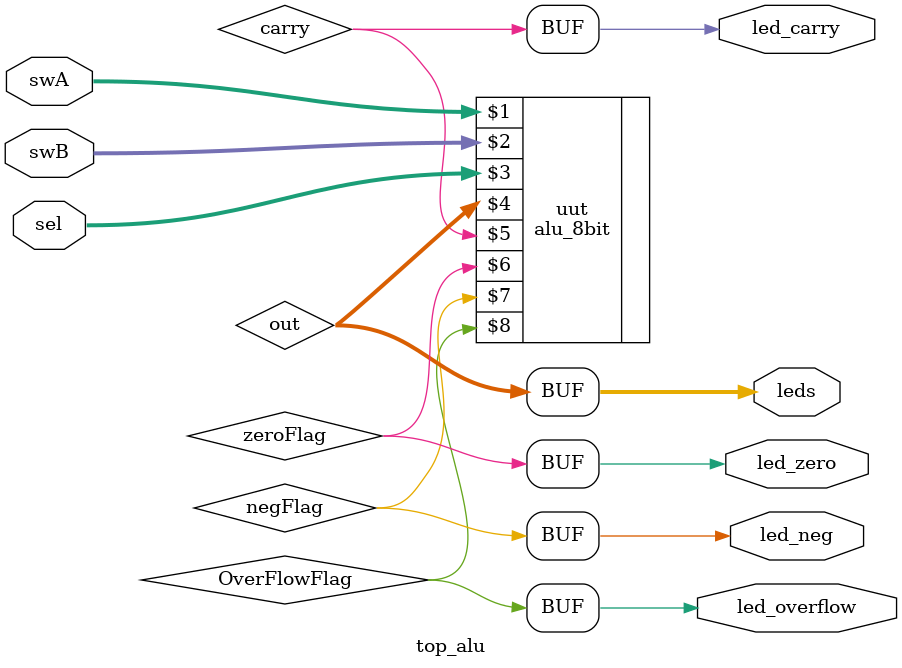
<source format=v>
`timescale 1ns / 1ps


module top_alu(
input [7:0]swA,
input [7:0]swB,
input [2:0]sel,
output [7:0]leds,
output led_carry,
output led_zero,
output led_neg,
output led_overflow

    );
    wire [7:0] out;
    wire carry,zeroFlag,negFlag,OverFlowFlag;
    
    alu_8bit uut(swA,swB,sel,out,carry,zeroFlag,negFlag,OverFlowFlag);
    
    assign leds=out;
    assign led_carry=carry;
    assign led_zero=zeroFlag;
    assign led_neg=negFlag;
    assign led_overflow=OverFlowFlag;
endmodule

</source>
